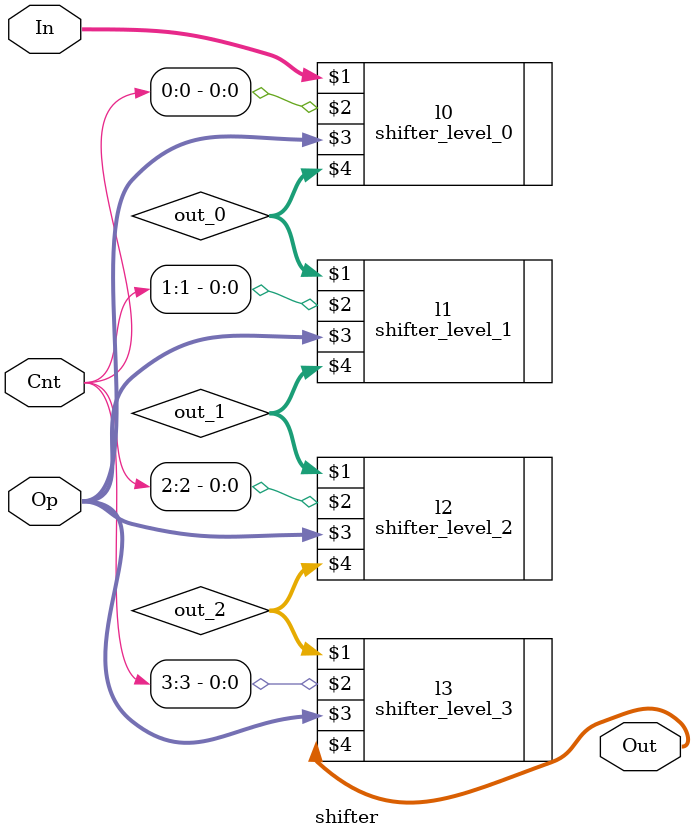
<source format=v>
module shifter (In, Cnt, Op, Out);
   
   input [15:0] In;
   input [3:0]  Cnt;
   input [1:0]  Op;
   output [15:0] Out;

   wire [15:0] out_0, out_1, out_2;

   shifter_level_0 l0(In   , Cnt[0], Op, out_0);
   shifter_level_1 l1(out_0, Cnt[1], Op, out_1);
   shifter_level_2 l2(out_1, Cnt[2], Op, out_2);
   shifter_level_3 l3(out_2, Cnt[3], Op, Out  );

   endmodule

</source>
